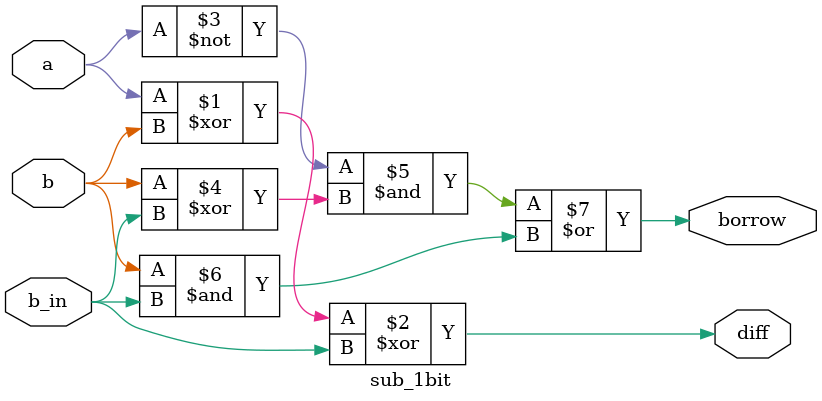
<source format=v>
module sub_1bit(input a,b,b_in,output diff, output borrow);
assign diff = a^b^b_in;
assign borrow = ~a & (b^b_in) | b & b_in;
endmodule

</source>
